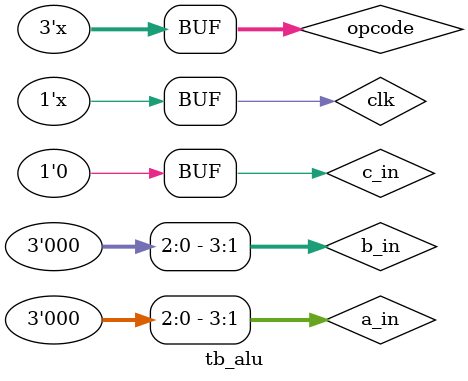
<source format=v>
`timescale 1ns / 1ps


module tb_alu();
reg clk,rst;
reg [3:0] a_in, b_in;
reg c_in;
reg [2:0] opcode;
wire [3:0] out_not_reg, out_and_reg, out_xor_reg;
wire [3:0] sum_out_reg;
wire carry_out_reg;

alu_4bit DUT(
 clk,rst,
 a_in, b_in,
 c_in,
opcode,
out_not_reg, out_and_reg, out_xor_reg,
 sum_out_reg,
 carry_out_reg
);

always #5 clk = ~clk;
always #20 opcode = opcode + 1;
always #5 a_in = $random;
always #10 b_in = $random;
initial begin
    a_in = 4'b0101; b_in = 4'b0010;
    c_in = 0;
    opcode = 0;
    clk=0;
end
endmodule

</source>
